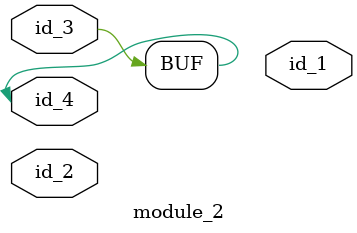
<source format=v>
module module_0 (
    id_1,
    id_2,
    id_3,
    id_4,
    id_5,
    id_6
);
  output wire id_6;
  output wire id_5;
  inout wire id_4;
  output wire id_3;
  output wire id_2;
  input wire id_1;
  assign id_4 = 1;
  module_2 modCall_1 (
      id_3,
      id_4,
      id_4,
      id_4
  );
endmodule
module module_1 ();
  wire id_2, id_3;
  assign id_1 = id_1;
  module_0 modCall_1 (
      id_3,
      id_2,
      id_2,
      id_1,
      id_3,
      id_2
  );
endmodule
module module_2 (
    id_1,
    id_2,
    id_3,
    id_4
);
  inout wire id_4;
  inout wire id_3;
  inout wire id_2;
  output wire id_1;
  assign id_3 = id_4;
endmodule

</source>
